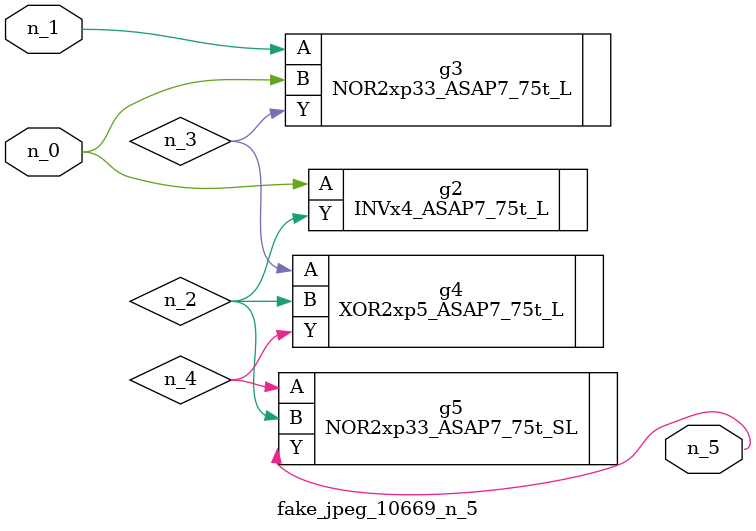
<source format=v>
module fake_jpeg_10669_n_5 (n_0, n_1, n_5);

input n_0;
input n_1;

output n_5;

wire n_2;
wire n_3;
wire n_4;

INVx4_ASAP7_75t_L g2 ( 
.A(n_0),
.Y(n_2)
);

NOR2xp33_ASAP7_75t_L g3 ( 
.A(n_1),
.B(n_0),
.Y(n_3)
);

XOR2xp5_ASAP7_75t_L g4 ( 
.A(n_3),
.B(n_2),
.Y(n_4)
);

NOR2xp33_ASAP7_75t_SL g5 ( 
.A(n_4),
.B(n_2),
.Y(n_5)
);


endmodule
</source>
